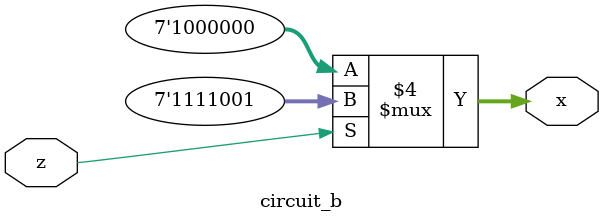
<source format=v>
module circuit_b (z, x);
input z;
output reg [6:0] x;

always @(*)
	begin
	if (z==0)
	x= 7'b1000000;
	else
	x= 7'b1111001;
	end
	
endmodule

</source>
